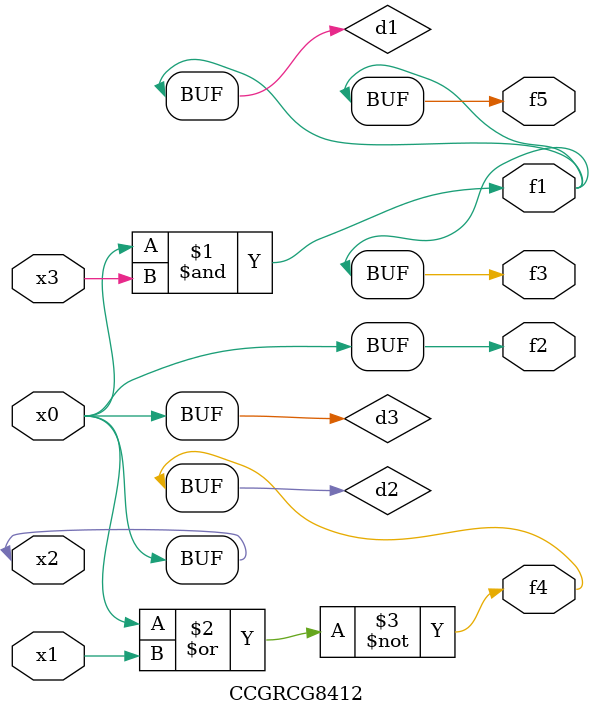
<source format=v>
module CCGRCG8412(
	input x0, x1, x2, x3,
	output f1, f2, f3, f4, f5
);

	wire d1, d2, d3;

	and (d1, x2, x3);
	nor (d2, x0, x1);
	buf (d3, x0, x2);
	assign f1 = d1;
	assign f2 = d3;
	assign f3 = d1;
	assign f4 = d2;
	assign f5 = d1;
endmodule

</source>
